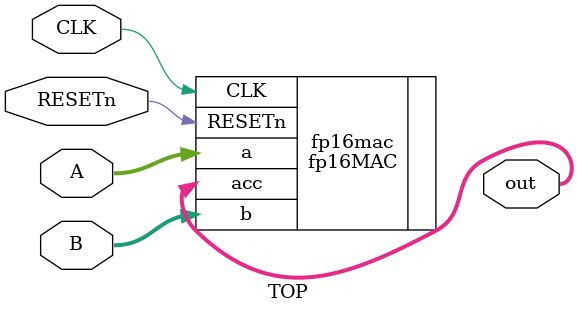
<source format=v>
module TOP #(parameter bw = 16)(A,B,out ,CLK, RESETn);
input   [bw-1:0]   A,B;
output	[bw-1:0] out;

input          CLK, RESETn;

    //ripple_carry_adder(.A(A),.B(B),.cin(Cin),.sum(Sum),.cout(Cout),.CLK(CLK),.RESETn(RESETn));
    //CLA_32bit cla4(.A(A),.B(B),.cin(Cin),.sum(Sum),.cout(Cout),.CLK(CLK),.RESETn(RESETn));
    //kogge_stone_Nbit kog4(.A(A),.B(B),.cin(Cin),.sum(Sum),.cout(Cout),.CLK(CLK),.RESETn(RESETn));
    //pipe_ripple_carry_adder(.A(A),.B(B),.cin(Cin),.sum(Sum),.cout(Cout),.CLK(CLK),.RESETn(RESETn));
    //pipe_CLA_32bit(.A(A),.B(B),.cin(Cin),.sum(Sum),.cout(Cout),.CLK(CLK),.RESETn(RESETn));
    //pipe_kogge_stone_Nbit pKogN(.A(A),.B(B),.cin(Cin),.sum(Sum),.cout(Cout),.CLK(CLK),.RESETn(RESETn));
    //multiplier M(.A(A),.B(B),.out(out),.CLK(CLK),.RESETn(RESETn));
	fp16MAC fp16mac(.a(A), .b(B), .acc(out), .CLK(CLK), .RESETn(RESETn));

    //multiplier_array_pipe #(.bw(bw)) M(.A(A),.B(B),.out(out),.CLK(CLK),.RESETn(RESETn));
    //multiplier_array M(.A(A),.B(B),.out(out),.CLK(CLK),.RESETn(RESETn));
endmodule


</source>
